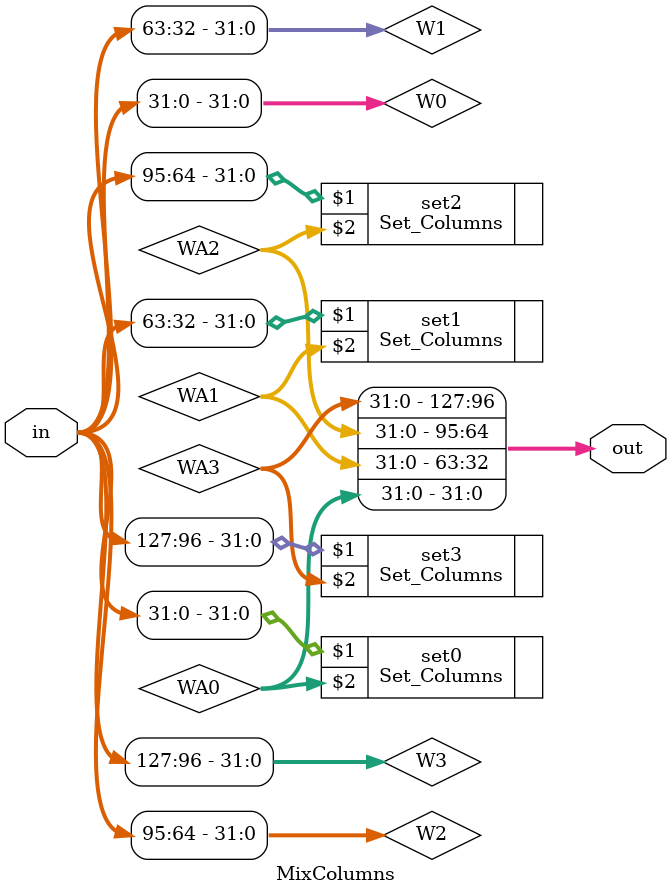
<source format=v>
`include "Set_Columns.v"
module MixColumns # (parameter BYTE = 8 , parameter WORD = 32 , parameter SENTENCE = 128 )
( input [ SENTENCE-1 : 0 ] in , output [ SENTENCE-1 : 0 ] out ) ;
wire [ WORD-1 : 0 ] W0 , W1 , W2 , W3 ;
wire [ WORD-1 : 0 ] WA0 , WA1 , WA2 , WA3 ;
assign { W3 , W2 , W1 , W0 } = in ; // concatenation from the input to 4 words

	// calling to 'set columns' module
	Set_Columns set0 ( W0 , WA0 ) ; // lsb
	Set_Columns set1 ( W1 , WA1 ) ; // bigger word than lsb
	Set_Columns set2 ( W2 , WA2 ) ; // smaller word than msb
	Set_Columns set3 ( W3 , WA3 ) ; // msb

// concatenation from the 4 bytes of the output set_columns to output
assign out = { WA3 , WA2 , WA1 , WA0 } ;
endmodule

</source>
